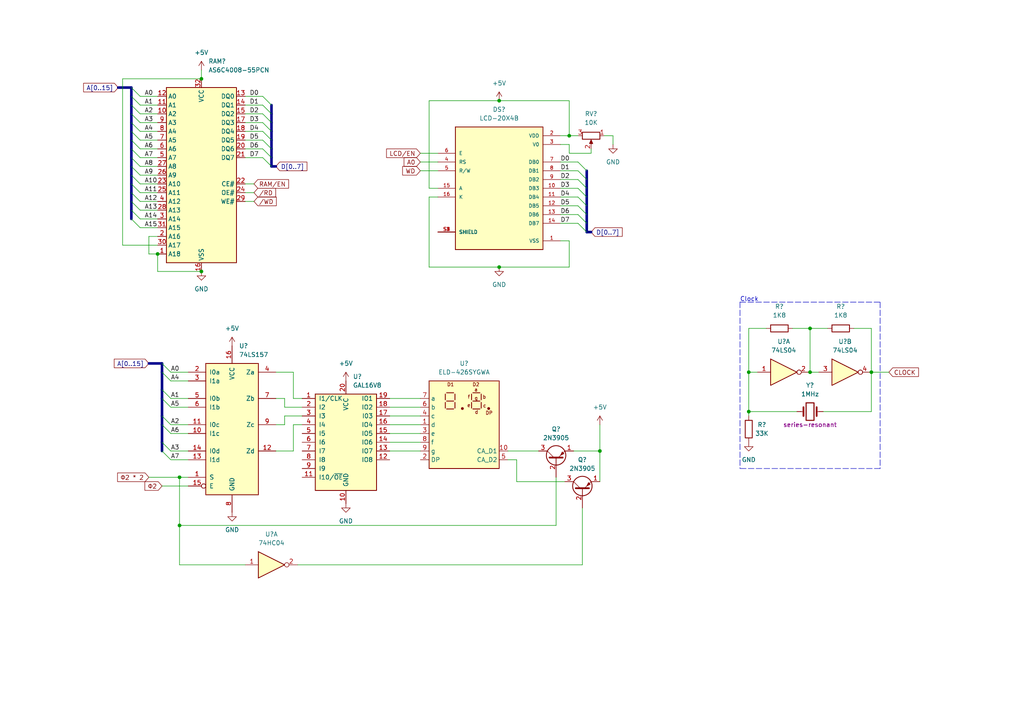
<source format=kicad_sch>
(kicad_sch (version 20211123) (generator eeschema)
  (paper "A4")
  (lib_symbols
    (symbol "74xx:74HC04"
      (property "Reference" "U" (at 0 1.27 0))
      (property "Value" "74HC04" (at 0 -1.27 0))
      (symbol "74HC04_1_0"
        (polyline (pts (xy -3.81 3.81) (xy -3.81 -3.81) (xy 3.81 0) (xy -3.81 3.81)) (stroke (width 0.254)) (fill (type background)))
        (pin input line (at -7.62 0 0) (length 3.81) (name "~") (number "1"))
        (pin output inverted (at 7.62 0 180) (length 3.81) (name "~") (number "2"))
      )
      (symbol "74HC04_2_0"
        (polyline (pts (xy -3.81 3.81) (xy -3.81 -3.81) (xy 3.81 0) (xy -3.81 3.81)) (stroke (width 0.254)) (fill (type background)))
        (pin input line (at -7.62 0 0) (length 3.81) (name "~") (number "3"))
        (pin output inverted (at 7.62 0 180) (length 3.81) (name "~") (number "4"))
      )
      (symbol "74HC04_3_0"
        (polyline (pts (xy -3.81 3.81) (xy -3.81 -3.81) (xy 3.81 0) (xy -3.81 3.81)) (stroke (width 0.254)) (fill (type background)))
        (pin input line (at -7.62 0 0) (length 3.81) (name "~") (number "5"))
        (pin output inverted (at 7.62 0 180) (length 3.81) (name "~") (number "6"))
      )
      (symbol "74HC04_4_0"
        (polyline (pts (xy -3.81 3.81) (xy -3.81 -3.81) (xy 3.81 0) (xy -3.81 3.81)) (stroke (width 0.254)) (fill (type background)))
        (pin output inverted (at 7.62 0 180) (length 3.81) (name "~") (number "8"))
        (pin input line (at -7.62 0 0) (length 3.81) (name "~") (number "9"))
      )
      (symbol "74HC04_5_0"
        (polyline (pts (xy -3.81 3.81) (xy -3.81 -3.81) (xy 3.81 0) (xy -3.81 3.81)) (stroke (width 0.254)) (fill (type background)))
        (pin output inverted (at 7.62 0 180) (length 3.81) (name "~") (number "10"))
        (pin input line (at -7.62 0 0) (length 3.81) (name "~") (number "11"))
      )
      (symbol "74HC04_6_0"
        (polyline (pts (xy -3.81 3.81) (xy -3.81 -3.81) (xy 3.81 0) (xy -3.81 3.81)) (stroke (width 0.254)) (fill (type background)))
        (pin output inverted (at 7.62 0 180) (length 3.81) (name "~") (number "12"))
        (pin input line (at -7.62 0 0) (length 3.81) (name "~") (number "13"))
      )
      (symbol "74HC04_7_0"
        (pin power_in line (at 0 12.7 270) (length 5.08) (name "VCC") (number "14"))
        (pin power_in line (at 0 -12.7 90) (length 5.08) (name "GND") (number "7"))
      )
      (symbol "74HC04_7_1"
        (rectangle (start -5.08 7.62) (end 5.08 -7.62) (stroke (width 0.254)) (fill (type background)))
      )
    )
    (symbol "74xx:74LS04"
      (property "Reference" "U" (at 0 1.27 0))
      (property "Value" "74LS04" (at 0 -1.27 0))
      (symbol "74LS04_1_0"
        (polyline (pts (xy -3.81 3.81) (xy -3.81 -3.81) (xy 3.81 0) (xy -3.81 3.81)) (stroke (width 0.254)) (fill (type background)))
        (pin input line (at -7.62 0 0) (length 3.81) (name "~") (number "1"))
        (pin output inverted (at 7.62 0 180) (length 3.81) (name "~") (number "2"))
      )
      (symbol "74LS04_2_0"
        (polyline (pts (xy -3.81 3.81) (xy -3.81 -3.81) (xy 3.81 0) (xy -3.81 3.81)) (stroke (width 0.254)) (fill (type background)))
        (pin input line (at -7.62 0 0) (length 3.81) (name "~") (number "3"))
        (pin output inverted (at 7.62 0 180) (length 3.81) (name "~") (number "4"))
      )
      (symbol "74LS04_3_0"
        (polyline (pts (xy -3.81 3.81) (xy -3.81 -3.81) (xy 3.81 0) (xy -3.81 3.81)) (stroke (width 0.254)) (fill (type background)))
        (pin input line (at -7.62 0 0) (length 3.81) (name "~") (number "5"))
        (pin output inverted (at 7.62 0 180) (length 3.81) (name "~") (number "6"))
      )
      (symbol "74LS04_4_0"
        (polyline (pts (xy -3.81 3.81) (xy -3.81 -3.81) (xy 3.81 0) (xy -3.81 3.81)) (stroke (width 0.254)) (fill (type background)))
        (pin output inverted (at 7.62 0 180) (length 3.81) (name "~") (number "8"))
        (pin input line (at -7.62 0 0) (length 3.81) (name "~") (number "9"))
      )
      (symbol "74LS04_5_0"
        (polyline (pts (xy -3.81 3.81) (xy -3.81 -3.81) (xy 3.81 0) (xy -3.81 3.81)) (stroke (width 0.254)) (fill (type background)))
        (pin output inverted (at 7.62 0 180) (length 3.81) (name "~") (number "10"))
        (pin input line (at -7.62 0 0) (length 3.81) (name "~") (number "11"))
      )
      (symbol "74LS04_6_0"
        (polyline (pts (xy -3.81 3.81) (xy -3.81 -3.81) (xy 3.81 0) (xy -3.81 3.81)) (stroke (width 0.254)) (fill (type background)))
        (pin output inverted (at 7.62 0 180) (length 3.81) (name "~") (number "12"))
        (pin input line (at -7.62 0 0) (length 3.81) (name "~") (number "13"))
      )
      (symbol "74LS04_7_0"
        (pin power_in line (at 0 12.7 270) (length 5.08) (name "VCC") (number "14"))
        (pin power_in line (at 0 -12.7 90) (length 5.08) (name "GND") (number "7"))
      )
      (symbol "74LS04_7_1"
        (rectangle (start -5.08 7.62) (end 5.08 -7.62) (stroke (width 0.254)) (fill (type background)))
      )
    )
    (symbol "74xx:74LS157" (pin_names (offset 1.016))
      (property "Reference" "U" (at -7.62 19.05 0))
      (property "Value" "74LS157" (at -7.62 -21.59 0))
      (symbol "74LS157_1_0"
        (pin input line (at -12.7 -15.24 0) (length 5.08) (name "S") (number "1"))
        (pin input line (at -12.7 -2.54 0) (length 5.08) (name "I1c") (number "10"))
        (pin input line (at -12.7 0 0) (length 5.08) (name "I0c") (number "11"))
        (pin output line (at 12.7 -7.62 180) (length 5.08) (name "Zd") (number "12"))
        (pin input line (at -12.7 -10.16 0) (length 5.08) (name "I1d") (number "13"))
        (pin input line (at -12.7 -7.62 0) (length 5.08) (name "I0d") (number "14"))
        (pin input inverted (at -12.7 -17.78 0) (length 5.08) (name "E") (number "15"))
        (pin power_in line (at 0 22.86 270) (length 5.08) (name "VCC") (number "16"))
        (pin input line (at -12.7 15.24 0) (length 5.08) (name "I0a") (number "2"))
        (pin input line (at -12.7 12.7 0) (length 5.08) (name "I1a") (number "3"))
        (pin output line (at 12.7 15.24 180) (length 5.08) (name "Za") (number "4"))
        (pin input line (at -12.7 7.62 0) (length 5.08) (name "I0b") (number "5"))
        (pin input line (at -12.7 5.08 0) (length 5.08) (name "I1b") (number "6"))
        (pin output line (at 12.7 7.62 180) (length 5.08) (name "Zb") (number "7"))
        (pin power_in line (at 0 -25.4 90) (length 5.08) (name "GND") (number "8"))
        (pin output line (at 12.7 0 180) (length 5.08) (name "Zc") (number "9"))
      )
      (symbol "74LS157_1_1"
        (rectangle (start -7.62 17.78) (end 7.62 -20.32) (stroke (width 0.254)) (fill (type background)))
      )
    )
    (symbol "Device:Crystal" (pin_numbers hide) (pin_names (offset 1.016) hide)
      (property "Reference" "Y" (at 0 3.81 0))
      (property "Value" "Crystal" (at 0 -3.81 0))
      (symbol "Crystal_0_1"
        (rectangle (start -1.143 2.54) (end 1.143 -2.54) (stroke (width 0.3048)))
        (polyline (pts (xy -2.54 0) (xy -1.905 0)))
        (polyline (pts (xy -1.905 -1.27) (xy -1.905 1.27)) (stroke (width 0.508)))
        (polyline (pts (xy 1.905 -1.27) (xy 1.905 1.27)) (stroke (width 0.508)))
        (polyline (pts (xy 2.54 0) (xy 1.905 0)))
      )
      (symbol "Crystal_1_1"
        (pin passive line (at -3.81 0 0) (length 1.27) (name "1") (number "1"))
        (pin passive line (at 3.81 0 180) (length 1.27) (name "2") (number "2"))
      )
    )
    (symbol "Device:R" (pin_numbers hide) (pin_names (offset 0))
      (property "Reference" "R" (at 2.032 0 90))
      (property "Value" "R" (at 0 0 90))
      (symbol "R_0_1"
        (rectangle (start -1.016 -2.54) (end 1.016 2.54) (stroke (width 0.254)))
      )
      (symbol "R_1_1"
        (pin passive line (at 0 3.81 270) (length 1.27) (name "~") (number "1"))
        (pin passive line (at 0 -3.81 90) (length 1.27) (name "~") (number "2"))
      )
    )
    (symbol "Device:R_Potentiometer" (pin_names (offset 1.016) hide)
      (property "Reference" "RV" (at -4.445 0 90))
      (property "Value" "R_Potentiometer" (at -2.54 0 90))
      (symbol "R_Potentiometer_0_1"
        (polyline (pts (xy 2.54 0) (xy 1.524 0)))
        (polyline (pts (xy 1.143 0) (xy 2.286 0.508) (xy 2.286 -0.508) (xy 1.143 0)) (fill (type outline)))
        (rectangle (start 1.016 2.54) (end -1.016 -2.54) (stroke (width 0.254)))
      )
      (symbol "R_Potentiometer_1_1"
        (pin passive line (at 0 3.81 270) (length 1.27) (name "1") (number "1"))
        (pin passive line (at 3.81 0 180) (length 1.27) (name "2") (number "2"))
        (pin passive line (at 0 -3.81 90) (length 1.27) (name "3") (number "3"))
      )
    )
    (symbol "Display_Character:ELD-426SYGWA"
      (property "Reference" "U" (at -8.89 13.97 0))
      (property "Value" "ELD-426SYGWA" (at -2.794 -14.224 0))
      (symbol "ELD-426SYGWA_0_0"
        (text "a" (at 3.4544 10.1854 0) (effects (font (size 0.9906 0.9906))))
        (text "b" (at 5.842 8.0772 0) (effects (font (size 0.9906 0.9906))))
        (text "c" (at 5.9436 5.5372 0) (effects (font (size 0.9906 0.9906))))
        (text "d" (at 3.6068 3.683 0) (effects (font (size 0.9906 0.9906))))
        (text "D1" (at -3.937 11.684 0) (effects (font (size 0.9906 0.9906))))
        (text "D2" (at 3.429 11.684 0) (effects (font (size 0.9906 0.9906))))
        (text "DP" (at 7.239 3.429 0) (effects (font (size 0.9906 0.9906))))
        (text "e" (at 1.3716 5.6388 0) (effects (font (size 0.9906 0.9906))))
        (text "f" (at 1.3716 8.1026 0) (effects (font (size 0.9906 0.9906))))
        (text "g" (at 3.5052 7.7216 0) (effects (font (size 0.9906 0.9906))))
      )
      (symbol "ELD-426SYGWA_0_1"
        (rectangle (start -10.16 12.7) (end 10.16 -12.7) (stroke (width 0.254)) (fill (type background)))
        (circle (center -0.508 4.699) (radius 0.2794) (stroke (width 0.254)) (fill (type outline)))
        (polyline (pts (xy -5.461 4.826) (xy -5.461 6.477)) (stroke (width 0.254)))
        (polyline (pts (xy -5.461 7.239) (xy -5.461 8.89)) (stroke (width 0.254)))
        (polyline (pts (xy -5.08 4.572) (xy -3.048 4.572)) (stroke (width 0.254)))
        (polyline (pts (xy -5.08 6.858) (xy -3.048 6.858)) (stroke (width 0.254)))
        (polyline (pts (xy -5.08 9.271) (xy -3.048 9.271)) (stroke (width 0.254)))
        (polyline (pts (xy -2.667 4.826) (xy -2.667 6.477)) (stroke (width 0.254)))
        (polyline (pts (xy -2.667 7.239) (xy -2.667 8.89)) (stroke (width 0.254)))
        (polyline (pts (xy 2.159 4.826) (xy 2.159 6.477)) (stroke (width 0.254)))
        (polyline (pts (xy 2.159 7.239) (xy 2.159 8.89)) (stroke (width 0.254)))
        (polyline (pts (xy 2.54 4.572) (xy 4.572 4.572)) (stroke (width 0.254)))
        (polyline (pts (xy 2.54 6.858) (xy 4.572 6.858)) (stroke (width 0.254)))
        (polyline (pts (xy 2.54 9.271) (xy 4.572 9.271)) (stroke (width 0.254)))
        (polyline (pts (xy 4.953 4.826) (xy 4.953 6.477)) (stroke (width 0.254)))
        (polyline (pts (xy 4.953 7.239) (xy 4.953 8.89)) (stroke (width 0.254)))
        (circle (center 7.112 4.699) (radius 0.2794) (stroke (width 0.254)) (fill (type outline)))
      )
      (symbol "ELD-426SYGWA_1_1"
        (pin input line (at -12.7 0 0) (length 2.54) (name "d") (number "1"))
        (pin input line (at 12.7 -7.62 180) (length 2.54) (name "CA_D1") (number "10"))
        (pin input line (at -12.7 -10.16 0) (length 2.54) (name "DP") (number "2"))
        (pin input line (at -12.7 -2.54 0) (length 2.54) (name "e") (number "3"))
        (pin input line (at -12.7 2.54 0) (length 2.54) (name "c") (number "4"))
        (pin input line (at 12.7 -10.16 180) (length 2.54) (name "CA_D2") (number "5"))
        (pin input line (at -12.7 5.08 0) (length 2.54) (name "b") (number "6"))
        (pin input line (at -12.7 7.62 0) (length 2.54) (name "a") (number "7"))
        (pin input line (at -12.7 -5.08 0) (length 2.54) (name "f") (number "8"))
        (pin input line (at -12.7 -7.62 0) (length 2.54) (name "g") (number "9"))
      )
    )
    (symbol "LCD-20X4B:LCD-20X4B" (pin_names (offset 1.016))
      (property "Reference" "DS" (at -12.7 19.05 0))
      (property "Value" "LCD-20X4B" (at -12.7 -20.32 0))
      (symbol "LCD-20X4B_0_0"
        (rectangle (start -12.7 -17.78) (end 12.7 17.78) (stroke (width 0.254)) (fill (type background)))
        (pin power_in line (at 17.78 -15.24 180) (length 5.08) (name "VSS") (number "1"))
        (pin bidirectional line (at 17.78 0 180) (length 5.08) (name "DB3") (number "10"))
        (pin bidirectional line (at 17.78 -2.54 180) (length 5.08) (name "DB4") (number "11"))
        (pin bidirectional line (at 17.78 -5.08 180) (length 5.08) (name "DB5") (number "12"))
        (pin bidirectional line (at 17.78 -7.62 180) (length 5.08) (name "DB6") (number "13"))
        (pin bidirectional line (at 17.78 -10.16 180) (length 5.08) (name "DB7") (number "14"))
        (pin passive line (at -17.78 0 0) (length 5.08) (name "A") (number "15"))
        (pin passive line (at -17.78 -2.54 0) (length 5.08) (name "K") (number "16"))
        (pin power_in line (at 17.78 15.24 180) (length 5.08) (name "VDD") (number "2"))
        (pin power_in line (at 17.78 12.7 180) (length 5.08) (name "V0") (number "3"))
        (pin input line (at -17.78 7.62 0) (length 5.08) (name "RS") (number "4"))
        (pin input line (at -17.78 5.08 0) (length 5.08) (name "R/W") (number "5"))
        (pin input line (at -17.78 10.16 0) (length 5.08) (name "E") (number "6"))
        (pin bidirectional line (at 17.78 7.62 180) (length 5.08) (name "DB0") (number "7"))
        (pin bidirectional line (at 17.78 5.08 180) (length 5.08) (name "DB1") (number "8"))
        (pin bidirectional line (at 17.78 2.54 180) (length 5.08) (name "DB2") (number "9"))
        (pin passive line (at -17.78 -12.7 0) (length 5.08) (name "SHIELD") (number "S1"))
        (pin passive line (at -17.78 -12.7 0) (length 5.08) (name "SHIELD") (number "S2"))
        (pin passive line (at -17.78 -12.7 0) (length 5.08) (name "SHIELD") (number "S3"))
        (pin passive line (at -17.78 -12.7 0) (length 5.08) (name "SHIELD") (number "S4"))
      )
    )
    (symbol "Logic_Programmable:GAL16V8" (pin_names (offset 1.016))
      (property "Reference" "U" (at -8.89 16.51 0))
      (property "Value" "GAL16V8" (at 1.27 16.51 0))
      (symbol "GAL16V8_0_0"
        (pin power_in line (at 0 -17.78 90) (length 3.81) (name "GND") (number "10"))
        (pin power_in line (at 0 17.78 270) (length 3.81) (name "VCC") (number "20"))
      )
      (symbol "GAL16V8_0_1"
        (rectangle (start -8.89 13.97) (end 8.89 -13.97) (stroke (width 0.254)) (fill (type background)))
      )
      (symbol "GAL16V8_1_1"
        (pin input line (at -12.7 12.7 0) (length 3.81) (name "I1/CLK") (number "1"))
        (pin input line (at -12.7 -10.16 0) (length 3.81) (name "I10/~{OE}") (number "11"))
        (pin tri_state line (at 12.7 -5.08 180) (length 3.81) (name "IO8") (number "12"))
        (pin tri_state line (at 12.7 -2.54 180) (length 3.81) (name "IO7") (number "13"))
        (pin tri_state line (at 12.7 0 180) (length 3.81) (name "IO6") (number "14"))
        (pin tri_state line (at 12.7 2.54 180) (length 3.81) (name "IO5") (number "15"))
        (pin tri_state line (at 12.7 5.08 180) (length 3.81) (name "IO4") (number "16"))
        (pin tri_state line (at 12.7 7.62 180) (length 3.81) (name "I03") (number "17"))
        (pin tri_state line (at 12.7 10.16 180) (length 3.81) (name "IO2") (number "18"))
        (pin tri_state line (at 12.7 12.7 180) (length 3.81) (name "IO1") (number "19"))
        (pin input line (at -12.7 10.16 0) (length 3.81) (name "I2") (number "2"))
        (pin input line (at -12.7 7.62 0) (length 3.81) (name "I3") (number "3"))
        (pin input line (at -12.7 5.08 0) (length 3.81) (name "I4") (number "4"))
        (pin input line (at -12.7 2.54 0) (length 3.81) (name "I5") (number "5"))
        (pin input line (at -12.7 0 0) (length 3.81) (name "I6") (number "6"))
        (pin input line (at -12.7 -2.54 0) (length 3.81) (name "I7") (number "7"))
        (pin input line (at -12.7 -5.08 0) (length 3.81) (name "I8") (number "8"))
        (pin input line (at -12.7 -7.62 0) (length 3.81) (name "I9") (number "9"))
      )
    )
    (symbol "Memory_RAM:AS6C4008-55PCN"
      (property "Reference" "U" (at -10.16 26.035 0))
      (property "Value" "AS6C4008-55PCN" (at 2.54 26.035 0))
      (symbol "AS6C4008-55PCN_0_0"
        (pin power_in line (at 0 -27.94 90) (length 2.54) (name "VSS") (number "16"))
        (pin power_in line (at 0 27.94 270) (length 2.54) (name "VCC") (number "32"))
      )
      (symbol "AS6C4008-55PCN_0_1"
        (rectangle (start -10.16 25.4) (end 10.16 -25.4) (stroke (width 0.254)) (fill (type background)))
      )
      (symbol "AS6C4008-55PCN_1_1"
        (pin input line (at -12.7 -22.86 0) (length 2.54) (name "A18") (number "1"))
        (pin input line (at -12.7 17.78 0) (length 2.54) (name "A2") (number "10"))
        (pin input line (at -12.7 20.32 0) (length 2.54) (name "A1") (number "11"))
        (pin input line (at -12.7 22.86 0) (length 2.54) (name "A0") (number "12"))
        (pin tri_state line (at 12.7 22.86 180) (length 2.54) (name "DQ0") (number "13"))
        (pin tri_state line (at 12.7 20.32 180) (length 2.54) (name "DQ1") (number "14"))
        (pin tri_state line (at 12.7 17.78 180) (length 2.54) (name "DQ2") (number "15"))
        (pin tri_state line (at 12.7 15.24 180) (length 2.54) (name "DQ3") (number "17"))
        (pin tri_state line (at 12.7 12.7 180) (length 2.54) (name "DQ4") (number "18"))
        (pin tri_state line (at 12.7 10.16 180) (length 2.54) (name "DQ5") (number "19"))
        (pin input line (at -12.7 -17.78 0) (length 2.54) (name "A16") (number "2"))
        (pin tri_state line (at 12.7 7.62 180) (length 2.54) (name "DQ6") (number "20"))
        (pin tri_state line (at 12.7 5.08 180) (length 2.54) (name "DQ7") (number "21"))
        (pin input line (at 12.7 -2.54 180) (length 2.54) (name "CE#") (number "22"))
        (pin input line (at -12.7 -2.54 0) (length 2.54) (name "A10") (number "23"))
        (pin input line (at 12.7 -5.08 180) (length 2.54) (name "OE#") (number "24"))
        (pin input line (at -12.7 -5.08 0) (length 2.54) (name "A11") (number "25"))
        (pin input line (at -12.7 0 0) (length 2.54) (name "A9") (number "26"))
        (pin input line (at -12.7 2.54 0) (length 2.54) (name "A8") (number "27"))
        (pin input line (at -12.7 -10.16 0) (length 2.54) (name "A13") (number "28"))
        (pin input line (at 12.7 -7.62 180) (length 2.54) (name "WE#") (number "29"))
        (pin input line (at -12.7 -12.7 0) (length 2.54) (name "A14") (number "3"))
        (pin input line (at -12.7 -20.32 0) (length 2.54) (name "A17") (number "30"))
        (pin input line (at -12.7 -15.24 0) (length 2.54) (name "A15") (number "31"))
        (pin input line (at -12.7 -7.62 0) (length 2.54) (name "A12") (number "4"))
        (pin input line (at -12.7 5.08 0) (length 2.54) (name "A7") (number "5"))
        (pin input line (at -12.7 7.62 0) (length 2.54) (name "A6") (number "6"))
        (pin input line (at -12.7 10.16 0) (length 2.54) (name "A5") (number "7"))
        (pin input line (at -12.7 12.7 0) (length 2.54) (name "A4") (number "8"))
        (pin input line (at -12.7 15.24 0) (length 2.54) (name "A3") (number "9"))
      )
    )
    (symbol "Transistor_BJT:2N3905" (pin_names (offset 0) hide)
      (property "Reference" "Q" (at 5.08 1.905 0))
      (property "Value" "2N3905" (at 5.08 0 0))
      (symbol "2N3905_0_1"
        (polyline (pts (xy 0.635 0.635) (xy 2.54 2.54)))
        (polyline (pts (xy 0.635 -0.635) (xy 2.54 -2.54) (xy 2.54 -2.54)))
        (polyline (pts (xy 0.635 1.905) (xy 0.635 -1.905) (xy 0.635 -1.905)) (stroke (width 0.508)))
        (polyline (pts (xy 2.286 -1.778) (xy 1.778 -2.286) (xy 1.27 -1.27) (xy 2.286 -1.778) (xy 2.286 -1.778)) (fill (type outline)))
        (circle (center 1.27 0) (radius 2.8194) (stroke (width 0.254)))
      )
      (symbol "2N3905_1_1"
        (pin passive line (at 2.54 -5.08 90) (length 2.54) (name "E") (number "1"))
        (pin input line (at -5.08 0 0) (length 5.715) (name "B") (number "2"))
        (pin passive line (at 2.54 5.08 270) (length 2.54) (name "C") (number "3"))
      )
    )
    (symbol "power:+5V" (power) (pin_names (offset 0))
      (property "Value" "+5V" (at 0 3.556 0))
      (symbol "+5V_0_1"
        (polyline (pts (xy -0.762 1.27) (xy 0 2.54)))
        (polyline (pts (xy 0 0) (xy 0 2.54)))
        (polyline (pts (xy 0 2.54) (xy 0.762 1.27)))
      )
      (symbol "+5V_1_1"
        (pin power_in line (at 0 0 90) (length 0) hide (name "+5V") (number "1"))
      )
    )
    (symbol "power:GND" (power) (pin_names (offset 0))
      (property "Value" "GND" (at 0 -3.81 0))
      (symbol "GND_0_1"
        (polyline (pts (xy 0 0) (xy 0 -1.27) (xy 1.27 -1.27) (xy 0 -2.54) (xy -1.27 -1.27) (xy 0 -1.27)))
      )
      (symbol "GND_1_1"
        (pin power_in line (at 0 0 270) (length 0) hide (name "GND") (number "1"))
      )
    )
  )
  (junction (at 252.73 107.95))
  (junction (at 52.07 138.43))
  (junction (at 144.78 77.47))
  (junction (at 58.42 78.74))
  (junction (at 144.78 29.21))
  (junction (at 234.95 95.25))
  (junction (at 165.1 39.37))
  (junction (at 45.72 73.66))
  (junction (at 52.07 152.4))
  (junction (at 58.42 22.86))
  (junction (at 217.17 107.95))
  (junction (at 234.95 107.95))
  (junction (at 173.99 130.81))
  (junction (at 217.17 119.38))
  (bus_entry (at 38.1 40.64) (size 2.54 2.54))
  (bus_entry (at 76.2 43.18) (size 2.54 2.54))
  (bus_entry (at 46.99 130.81) (size 2.54 2.54))
  (bus_entry (at 46.99 120.65) (size 2.54 2.54))
  (bus_entry (at 46.99 128.27) (size 2.54 2.54))
  (bus_entry (at 38.1 33.02) (size 2.54 2.54))
  (bus_entry (at 167.64 57.15) (size 2.54 2.54))
  (bus_entry (at 167.64 59.69) (size 2.54 2.54))
  (bus_entry (at 46.99 115.57) (size 2.54 2.54))
  (bus_entry (at 38.1 30.48) (size 2.54 2.54))
  (bus_entry (at 76.2 40.64) (size 2.54 2.54))
  (bus_entry (at 46.99 123.19) (size 2.54 2.54))
  (bus_entry (at 38.1 58.42) (size 2.54 2.54))
  (bus_entry (at 167.64 62.23) (size 2.54 2.54))
  (bus_entry (at 167.64 54.61) (size 2.54 2.54))
  (bus_entry (at 76.2 27.94) (size 2.54 2.54))
  (bus_entry (at 38.1 55.88) (size 2.54 2.54))
  (bus_entry (at 46.99 113.03) (size 2.54 2.54))
  (bus_entry (at 46.99 107.95) (size 2.54 2.54))
  (bus_entry (at 76.2 30.48) (size 2.54 2.54))
  (bus_entry (at 38.1 63.5) (size 2.54 2.54))
  (bus_entry (at 167.64 64.77) (size 2.54 2.54))
  (bus_entry (at 46.99 105.41) (size 2.54 2.54))
  (bus_entry (at 76.2 38.1) (size 2.54 2.54))
  (bus_entry (at 38.1 35.56) (size 2.54 2.54))
  (bus_entry (at 38.1 53.34) (size 2.54 2.54))
  (bus_entry (at 38.1 38.1) (size 2.54 2.54))
  (bus_entry (at 76.2 45.72) (size 2.54 2.54))
  (bus_entry (at 38.1 60.96) (size 2.54 2.54))
  (bus_entry (at 38.1 27.94) (size 2.54 2.54))
  (bus_entry (at 76.2 33.02) (size 2.54 2.54))
  (bus_entry (at 38.1 48.26) (size 2.54 2.54))
  (bus_entry (at 167.64 52.07) (size 2.54 2.54))
  (bus_entry (at 76.2 35.56) (size 2.54 2.54))
  (bus_entry (at 167.64 49.53) (size 2.54 2.54))
  (bus_entry (at 167.64 46.99) (size 2.54 2.54))
  (bus_entry (at 38.1 25.4) (size 2.54 2.54))
  (bus_entry (at 38.1 50.8) (size 2.54 2.54))
  (bus_entry (at 38.1 45.72) (size 2.54 2.54))
  (bus_entry (at 38.1 43.18) (size 2.54 2.54))
  (wire (pts (xy 40.64 55.88) (xy 45.72 55.88)))
  (wire (pts (xy 40.64 66.04) (xy 45.72 66.04)))
  (wire (pts (xy 121.92 120.65) (xy 113.03 120.65)))
  (bus (pts (xy 38.1 58.42) (xy 38.1 60.96)) (stroke (width 0.75)))
  (wire (pts (xy 124.46 29.21) (xy 124.46 54.61)))
  (wire (pts (xy 40.64 35.56) (xy 45.72 35.56)))
  (bus (pts (xy 78.74 40.64) (xy 78.74 43.18)) (stroke (width 0.75)))
  (bus (pts (xy 38.1 25.4) (xy 38.1 27.94)) (stroke (width 0.75)))
  (wire (pts (xy 80.01 130.81) (xy 85.09 130.81)))
  (wire (pts (xy 71.12 40.64) (xy 76.2 40.64)))
  (wire (pts (xy 173.99 130.81) (xy 173.99 139.7)))
  (wire (pts (xy 165.1 39.37) (xy 162.56 39.37)))
  (wire (pts (xy 46.99 140.97) (xy 54.61 140.97)))
  (bus (pts (xy 78.74 30.48) (xy 78.74 33.02)) (stroke (width 0.75)))
  (wire (pts (xy 166.37 130.81) (xy 173.99 130.81)))
  (bus (pts (xy 170.18 57.15) (xy 170.18 59.69)) (stroke (width 0.75)))
  (wire (pts (xy 121.92 46.99) (xy 127 46.99)))
  (wire (pts (xy 45.72 33.02) (xy 40.64 33.02)))
  (bus (pts (xy 170.18 52.07) (xy 170.18 54.61)) (stroke (width 0.75)))
  (wire (pts (xy 82.55 120.65) (xy 82.55 123.19)))
  (wire (pts (xy 85.09 115.57) (xy 85.09 107.95)))
  (bus (pts (xy 34.29 25.4) (xy 38.1 25.4)) (stroke (width 0.75)))
  (wire (pts (xy 45.72 27.94) (xy 40.64 27.94)))
  (wire (pts (xy 71.12 30.48) (xy 76.2 30.48)))
  (bus (pts (xy 38.1 27.94) (xy 38.1 30.48)) (stroke (width 0.75)))
  (bus (pts (xy 38.1 38.1) (xy 38.1 40.64)) (stroke (width 0.75)))
  (bus (pts (xy 38.1 45.72) (xy 38.1 48.26)) (stroke (width 0.75)))
  (wire (pts (xy 162.56 54.61) (xy 167.64 54.61)))
  (wire (pts (xy 168.91 163.83) (xy 168.91 147.32)))
  (bus (pts (xy 170.18 59.69) (xy 170.18 62.23)) (stroke (width 0.75)))
  (wire (pts (xy 85.09 123.19) (xy 87.63 123.19)))
  (wire (pts (xy 45.72 71.12) (xy 35.56 71.12)))
  (wire (pts (xy 43.18 73.66) (xy 45.72 73.66)))
  (wire (pts (xy 252.73 95.25) (xy 252.73 107.95)))
  (wire (pts (xy 165.1 69.85) (xy 165.1 77.47)))
  (wire (pts (xy 82.55 118.11) (xy 87.63 118.11)))
  (wire (pts (xy 147.32 133.35) (xy 149.86 133.35)))
  (wire (pts (xy 71.12 43.18) (xy 76.2 43.18)))
  (wire (pts (xy 222.25 95.25) (xy 217.17 95.25)))
  (wire (pts (xy 71.12 35.56) (xy 76.2 35.56)))
  (wire (pts (xy 54.61 130.81) (xy 49.53 130.81)))
  (polyline (pts (xy 255.27 135.89) (xy 214.63 135.89)))
  (wire (pts (xy 45.72 43.18) (xy 40.64 43.18)))
  (wire (pts (xy 87.63 120.65) (xy 82.55 120.65)))
  (wire (pts (xy 40.64 30.48) (xy 45.72 30.48)))
  (bus (pts (xy 38.1 43.18) (xy 38.1 45.72)) (stroke (width 0.75)))
  (bus (pts (xy 170.18 64.77) (xy 170.18 67.31)) (stroke (width 0.75)))
  (wire (pts (xy 54.61 115.57) (xy 49.53 115.57)))
  (wire (pts (xy 121.92 128.27) (xy 113.03 128.27)))
  (wire (pts (xy 127 57.15) (xy 124.46 57.15)))
  (wire (pts (xy 165.1 29.21) (xy 144.78 29.21)))
  (wire (pts (xy 121.92 115.57) (xy 113.03 115.57)))
  (wire (pts (xy 35.56 71.12) (xy 35.56 22.86)))
  (wire (pts (xy 217.17 107.95) (xy 219.71 107.95)))
  (wire (pts (xy 121.92 118.11) (xy 113.03 118.11)))
  (wire (pts (xy 234.95 107.95) (xy 237.49 107.95)))
  (wire (pts (xy 35.56 22.86) (xy 58.42 22.86)))
  (wire (pts (xy 162.56 46.99) (xy 167.64 46.99)))
  (wire (pts (xy 121.92 130.81) (xy 113.03 130.81)))
  (bus (pts (xy 78.74 45.72) (xy 78.74 48.26)) (stroke (width 0.75)))
  (wire (pts (xy 124.46 54.61) (xy 127 54.61)))
  (bus (pts (xy 78.74 43.18) (xy 78.74 45.72)) (stroke (width 0.75)))
  (wire (pts (xy 45.72 73.66) (xy 45.72 78.74)))
  (wire (pts (xy 40.64 63.5) (xy 45.72 63.5)))
  (bus (pts (xy 38.1 30.48) (xy 38.1 33.02)) (stroke (width 0.75)))
  (wire (pts (xy 71.12 27.94) (xy 76.2 27.94)))
  (wire (pts (xy 58.42 20.32) (xy 58.42 22.86)))
  (wire (pts (xy 54.61 125.73) (xy 49.53 125.73)))
  (bus (pts (xy 38.1 55.88) (xy 38.1 58.42)) (stroke (width 0.75)))
  (bus (pts (xy 38.1 48.26) (xy 38.1 50.8)) (stroke (width 0.75)))
  (polyline (pts (xy 214.63 87.63) (xy 255.27 87.63)))
  (wire (pts (xy 43.18 138.43) (xy 52.07 138.43)))
  (wire (pts (xy 162.56 64.77) (xy 167.64 64.77)))
  (bus (pts (xy 38.1 40.64) (xy 38.1 43.18)) (stroke (width 0.75)))
  (wire (pts (xy 71.12 33.02) (xy 76.2 33.02)))
  (bus (pts (xy 38.1 33.02) (xy 38.1 35.56)) (stroke (width 0.75)))
  (wire (pts (xy 40.64 50.8) (xy 45.72 50.8)))
  (wire (pts (xy 54.61 123.19) (xy 49.53 123.19)))
  (wire (pts (xy 85.09 130.81) (xy 85.09 123.19)))
  (wire (pts (xy 165.1 77.47) (xy 144.78 77.47)))
  (bus (pts (xy 38.1 50.8) (xy 38.1 53.34)) (stroke (width 0.75)))
  (wire (pts (xy 52.07 138.43) (xy 52.07 152.4)))
  (wire (pts (xy 80.01 115.57) (xy 82.55 115.57)))
  (bus (pts (xy 78.74 38.1) (xy 78.74 40.64)) (stroke (width 0.75)))
  (bus (pts (xy 170.18 49.53) (xy 170.18 52.07)) (stroke (width 0.75)))
  (wire (pts (xy 124.46 77.47) (xy 144.78 77.47)))
  (bus (pts (xy 43.18 105.41) (xy 46.99 105.41)) (stroke (width 0.75)))
  (bus (pts (xy 170.18 62.23) (xy 170.18 64.77)) (stroke (width 0.75)))
  (wire (pts (xy 54.61 110.49) (xy 49.53 110.49)))
  (wire (pts (xy 87.63 115.57) (xy 85.09 115.57)))
  (wire (pts (xy 121.92 49.53) (xy 127 49.53)))
  (wire (pts (xy 231.14 119.38) (xy 217.17 119.38)))
  (bus (pts (xy 38.1 35.56) (xy 38.1 38.1)) (stroke (width 0.75)))
  (wire (pts (xy 149.86 133.35) (xy 149.86 139.7)))
  (wire (pts (xy 71.12 45.72) (xy 76.2 45.72)))
  (wire (pts (xy 82.55 123.19) (xy 80.01 123.19)))
  (wire (pts (xy 252.73 119.38) (xy 252.73 107.95)))
  (wire (pts (xy 121.92 44.45) (xy 127 44.45)))
  (wire (pts (xy 40.64 58.42) (xy 45.72 58.42)))
  (wire (pts (xy 73.66 58.42) (xy 71.12 58.42)))
  (wire (pts (xy 171.45 43.18) (xy 171.45 44.45)))
  (wire (pts (xy 73.66 55.88) (xy 71.12 55.88)))
  (wire (pts (xy 162.56 59.69) (xy 167.64 59.69)))
  (wire (pts (xy 247.65 95.25) (xy 252.73 95.25)))
  (bus (pts (xy 170.18 67.31) (xy 171.45 67.31)) (stroke (width 0.75)))
  (wire (pts (xy 124.46 57.15) (xy 124.46 77.47)))
  (wire (pts (xy 52.07 163.83) (xy 71.12 163.83)))
  (wire (pts (xy 173.99 123.19) (xy 173.99 130.81)))
  (polyline (pts (xy 214.63 87.63) (xy 214.63 135.89)))
  (bus (pts (xy 78.74 33.02) (xy 78.74 35.56)) (stroke (width 0.75)))
  (wire (pts (xy 165.1 41.91) (xy 162.56 41.91)))
  (wire (pts (xy 238.76 119.38) (xy 252.73 119.38)))
  (wire (pts (xy 167.64 39.37) (xy 165.1 39.37)))
  (wire (pts (xy 162.56 49.53) (xy 167.64 49.53)))
  (bus (pts (xy 78.74 35.56) (xy 78.74 38.1)) (stroke (width 0.75)))
  (wire (pts (xy 86.36 163.83) (xy 168.91 163.83)))
  (wire (pts (xy 217.17 95.25) (xy 217.17 107.95)))
  (wire (pts (xy 217.17 119.38) (xy 217.17 107.95)))
  (wire (pts (xy 54.61 138.43) (xy 52.07 138.43)))
  (wire (pts (xy 217.17 120.65) (xy 217.17 119.38)))
  (bus (pts (xy 46.99 105.41) (xy 46.99 107.95)) (stroke (width 0.75)))
  (bus (pts (xy 38.1 60.96) (xy 38.1 63.5)) (stroke (width 0.75)))
  (wire (pts (xy 54.61 133.35) (xy 49.53 133.35)))
  (wire (pts (xy 234.95 95.25) (xy 240.03 95.25)))
  (wire (pts (xy 71.12 38.1) (xy 76.2 38.1)))
  (wire (pts (xy 121.92 123.19) (xy 113.03 123.19)))
  (wire (pts (xy 45.72 38.1) (xy 40.64 38.1)))
  (wire (pts (xy 162.56 57.15) (xy 167.64 57.15)))
  (bus (pts (xy 46.99 120.65) (xy 46.99 123.19)) (stroke (width 0.75)))
  (wire (pts (xy 54.61 107.95) (xy 49.53 107.95)))
  (wire (pts (xy 165.1 44.45) (xy 165.1 41.91)))
  (bus (pts (xy 38.1 53.34) (xy 38.1 55.88)) (stroke (width 0.75)))
  (wire (pts (xy 54.61 118.11) (xy 49.53 118.11)))
  (bus (pts (xy 46.99 115.57) (xy 46.99 120.65)) (stroke (width 0.75)))
  (polyline (pts (xy 255.27 87.63) (xy 255.27 135.89)))
  (wire (pts (xy 165.1 69.85) (xy 162.56 69.85)))
  (wire (pts (xy 149.86 139.7) (xy 163.83 139.7)))
  (wire (pts (xy 40.64 53.34) (xy 45.72 53.34)))
  (wire (pts (xy 234.95 95.25) (xy 229.87 95.25)))
  (wire (pts (xy 171.45 44.45) (xy 165.1 44.45)))
  (wire (pts (xy 82.55 115.57) (xy 82.55 118.11)))
  (wire (pts (xy 40.64 60.96) (xy 45.72 60.96)))
  (wire (pts (xy 252.73 107.95) (xy 257.81 107.95)))
  (wire (pts (xy 162.56 62.23) (xy 167.64 62.23)))
  (wire (pts (xy 161.29 138.43) (xy 161.29 152.4)))
  (wire (pts (xy 40.64 45.72) (xy 45.72 45.72)))
  (wire (pts (xy 162.56 52.07) (xy 167.64 52.07)))
  (wire (pts (xy 43.18 68.58) (xy 43.18 73.66)))
  (wire (pts (xy 175.26 39.37) (xy 177.8 39.37)))
  (wire (pts (xy 52.07 152.4) (xy 52.07 163.83)))
  (wire (pts (xy 85.09 107.95) (xy 80.01 107.95)))
  (wire (pts (xy 73.66 53.34) (xy 71.12 53.34)))
  (bus (pts (xy 46.99 128.27) (xy 46.99 130.81)) (stroke (width 0.75)))
  (bus (pts (xy 46.99 107.95) (xy 46.99 113.03)) (stroke (width 0.75)))
  (wire (pts (xy 40.64 48.26) (xy 45.72 48.26)))
  (bus (pts (xy 78.74 48.26) (xy 80.01 48.26)) (stroke (width 0.75)))
  (wire (pts (xy 40.64 40.64) (xy 45.72 40.64)))
  (bus (pts (xy 46.99 113.03) (xy 46.99 115.57)) (stroke (width 0.75)))
  (wire (pts (xy 52.07 152.4) (xy 161.29 152.4)))
  (wire (pts (xy 144.78 29.21) (xy 124.46 29.21)))
  (wire (pts (xy 147.32 130.81) (xy 156.21 130.81)))
  (wire (pts (xy 165.1 29.21) (xy 165.1 39.37)))
  (wire (pts (xy 234.95 107.95) (xy 234.95 95.25)))
  (bus (pts (xy 46.99 123.19) (xy 46.99 128.27)) (stroke (width 0.75)))
  (bus (pts (xy 170.18 54.61) (xy 170.18 57.15)) (stroke (width 0.75)))
  (wire (pts (xy 121.92 125.73) (xy 113.03 125.73)))
  (wire (pts (xy 45.72 78.74) (xy 58.42 78.74)))
  (wire (pts (xy 177.8 39.37) (xy 177.8 41.91)))
  (wire (pts (xy 43.18 68.58) (xy 45.72 68.58)))
  (text "Clock" (at 214.63 87.63 0) (effects (font (size 1.27 1.27)) (justify left bottom)))
  (label "A4" (at 49.53 110.49 0))
  (label "A7" (at 41.91 45.72 0))
  (label "A10" (at 41.91 53.34 0))
  (label "D0" (at 162.56 46.99 0))
  (label "A4" (at 41.91 38.1 0))
  (label "A5" (at 49.53 118.11 0))
  (label "A11" (at 41.91 55.88 0))
  (label "D7" (at 162.56 64.77 0))
  (label "A0" (at 49.53 107.95 0))
  (label "A2" (at 49.53 123.19 0))
  (label "A15" (at 41.91 66.04 0))
  (label "A13" (at 41.91 60.96 0))
  (label "D7" (at 72.39 45.72 0))
  (label "A1" (at 49.53 115.57 0))
  (label "A5" (at 41.91 40.64 0))
  (label "A3" (at 41.91 35.56 0))
  (label "D5" (at 162.56 59.69 0))
  (label "D6" (at 162.56 62.23 0))
  (label "D4" (at 72.39 38.1 0))
  (label "D3" (at 72.39 35.56 0))
  (label "D4" (at 162.56 57.15 0))
  (label "D0" (at 72.39 27.94 0))
  (label "A1" (at 41.91 30.48 0))
  (label "A6" (at 41.91 43.18 0))
  (label "A12" (at 41.91 58.42 0))
  (label "A0" (at 41.91 27.94 0))
  (label "A8" (at 41.91 48.26 0))
  (label "D2" (at 72.39 33.02 0))
  (label "A7" (at 49.53 133.35 0))
  (label "D1" (at 162.56 49.53 0))
  (label "A3" (at 49.53 130.81 0))
  (label "A9" (at 41.91 50.8 0))
  (label "D6" (at 72.39 43.18 0))
  (label "A6" (at 49.53 125.73 0))
  (label "A2" (at 41.91 33.02 0))
  (label "D2" (at 162.56 52.07 0))
  (label "D1" (at 72.39 30.48 0))
  (label "D3" (at 162.56 54.61 0))
  (label "A14" (at 41.91 63.5 0))
  (label "D5" (at 72.39 40.64 0))
  (global_label "{slash}RD" (shape input) (at 73.66 55.88 0) (property "Intersheet References" "${INTERSHEET_REFS}" (effects hide)))
  (global_label "LCD{slash}EN" (shape input) (at 121.92 44.45 180) (property "Intersheet References" "${INTERSHEET_REFS}" (effects hide)))
  (global_label "{slash}WD" (shape input) (at 73.66 58.42 0) (property "Intersheet References" "${INTERSHEET_REFS}" (effects hide)))
  (global_label "Ф2" (shape input) (at 46.99 140.97 180) (property "Intersheet References" "${INTERSHEET_REFS}" (effects hide)))
  (global_label "RAM{slash}EN" (shape input) (at 73.66 53.34 0) (property "Intersheet References" "${INTERSHEET_REFS}" (effects hide)))
  (global_label "CLOCK" (shape input) (at 257.81 107.95 0) (property "Intersheet References" "${INTERSHEET_REFS}" (effects hide)))
  (global_label "D[0..7]" (shape input) (at 171.45 67.31 0) (property "Intersheet References" "${INTERSHEET_REFS}" (effects hide)))
  (global_label "A[0..15]" (shape input) (at 43.18 105.41 180) (property "Intersheet References" "${INTERSHEET_REFS}" (effects hide)))
  (global_label "Ф2 * 2" (shape input) (at 43.18 138.43 180) (property "Intersheet References" "${INTERSHEET_REFS}" (effects hide)))
  (global_label "WD" (shape input) (at 121.92 49.53 180) (property "Intersheet References" "${INTERSHEET_REFS}" (effects hide)))
  (global_label "A0" (shape input) (at 121.92 46.99 180) (property "Intersheet References" "${INTERSHEET_REFS}" (effects hide)))
  (global_label "A[0..15]" (shape input) (at 34.29 25.4 180) (property "Intersheet References" "${INTERSHEET_REFS}" (effects hide)))
  (global_label "D[0..7]" (shape input) (at 80.01 48.26 0) (property "Intersheet References" "${INTERSHEET_REFS}" (effects hide)))
  (symbol (lib_id "power:+5V") (at 144.78 29.21 0) (unit 1)
    (property "Reference" "#PWR0110" (effects hide))
    (property "Value" "+5V" (at 144.78 24.13 0))
  )
  (symbol (lib_id "power:GND") (at 144.78 77.47 0) (unit 1)
    (property "Reference" "#PWR0104" (effects hide))
    (property "Value" "GND" (at 144.78 82.55 0))
  )
  (symbol (lib_id "74xx:74LS04") (at 227.33 107.95 0) (unit 1) (on_board no)
    (property "Reference" "U?" (at 227.33 99.06 0))
    (property "Value" "74LS04" (at 227.33 101.6 0))
    (property "Datasheet" "http://www.ti.com/lit/gpn/sn74LS04" (effects hide))
  )
  (symbol (lib_id "Display_Character:ELD-426SYGWA") (at 134.62 123.19 0) (unit 1) (on_board no)
    (property "Reference" "U?" (at 134.62 105.41 0))
    (property "Value" "ELD-426SYGWA" (at 134.62 107.95 0))
    (property "Footprint" "Display_7Segment:ELD_426XXXX" (effects hide))
    (property "Datasheet" "http://www.everlight.com/file/ProductFile/D426SYGWA-S530-E2.pdf" (effects hide))
  )
  (symbol (lib_id "power:+5V") (at 58.42 20.32 0) (unit 1)
    (property "Reference" "#PWR0102" (effects hide))
    (property "Value" "+5V" (at 58.42 15.24 0))
  )
  (symbol (lib_id "Memory_RAM:AS6C4008-55PCN") (at 58.42 50.8 0) (unit 1) (on_board no)
    (property "Reference" "RAM?" (at 60.4394 17.78 0) (effects (justify left)))
    (property "Value" "AS6C4008-55PCN" (at 60.4394 20.32 0) (effects (justify left)))
    (property "Footprint" "Package_DIP:DIP-32_W15.24mm" (effects hide))
    (property "Datasheet" "https://www.alliancememory.com/wp-content/uploads/pdf/AS6C4008.pdf" (effects hide))
  )
  (symbol (lib_id "power:GND") (at 58.42 78.74 0) (unit 1)
    (property "Reference" "#PWR0101" (effects hide))
    (property "Value" "GND" (at 58.42 83.82 0))
  )
  (symbol (lib_id "74xx:74LS04") (at 245.11 107.95 0) (unit 2) (on_board no)
    (property "Reference" "U?" (at 245.11 99.06 0))
    (property "Value" "74LS04" (at 245.11 101.6 0))
    (property "Datasheet" "http://www.ti.com/lit/gpn/sn74LS04" (effects hide))
  )
  (symbol (lib_id "power:GND") (at 177.8 41.91 0) (unit 1)
    (property "Reference" "#PWR0111" (effects hide))
    (property "Value" "GND" (at 177.8 46.99 0))
  )
  (symbol (lib_id "Transistor_BJT:2N3905") (at 168.91 142.24 90) (unit 1) (on_board no)
    (property "Reference" "Q?" (at 168.91 133.35 90))
    (property "Value" "2N3905" (at 168.91 135.89 90))
    (property "Footprint" "Package_TO_SOT_THT:TO-92_Inline" (effects hide))
    (property "Datasheet" "https://www.nteinc.com/specs/original/2N3905_06.pdf" (effects hide))
  )
  (symbol (lib_id "Device:R_Potentiometer") (at 171.45 39.37 270) (unit 1) (on_board no)
    (property "Reference" "RV?" (at 171.45 33.02 90))
    (property "Value" "10K" (at 171.45 35.56 90))
    (property "Footprint" "Potentiometer_THT:Potentiometer_Alps_RK163_Single_Horizontal" (effects hide))
  )
  (symbol (lib_id "Device:R") (at 226.06 95.25 90) (unit 1) (on_board no)
    (property "Reference" "R?" (at 226.06 88.9 90))
    (property "Value" "1K8" (at 226.06 91.44 90))
    (property "Footprint" "Resistor_THT:R_Axial_DIN0204_L3.6mm_D1.6mm_P7.62mm_Horizontal" (effects hide))
  )
  (symbol (lib_id "power:GND") (at 67.31 148.59 0) (unit 1)
    (property "Reference" "#PWR0108" (effects hide))
    (property "Value" "GND" (at 67.31 153.67 0))
  )
  (symbol (lib_id "Transistor_BJT:2N3905") (at 161.29 133.35 90) (unit 1) (on_board no)
    (property "Reference" "Q?" (at 161.29 124.46 90))
    (property "Value" "2N3905" (at 161.29 127 90))
    (property "Footprint" "Package_TO_SOT_THT:TO-92_Inline" (effects hide))
    (property "Datasheet" "https://www.nteinc.com/specs/original/2N3905_06.pdf" (effects hide))
  )
  (symbol (lib_id "power:GND") (at 100.33 146.05 0) (unit 1)
    (property "Reference" "#PWR0107" (effects hide))
    (property "Value" "GND" (at 100.33 151.13 0))
  )
  (symbol (lib_id "Device:Crystal") (at 234.95 119.38 0) (unit 1) (on_board no)
    (property "Reference" "Y?" (at 234.95 111.76 0))
    (property "Value" "1MHz" (at 234.95 114.3 0))
    (property "Footprint" "Crystal:Crystal_AT310_D3.0mm_L10.0mm_Horizontal" (effects hide))
    (property "Note" "series-resonant" (at 234.95 123.19 0))
  )
  (symbol (lib_id "power:+5V") (at 100.33 110.49 0) (unit 1)
    (property "Reference" "#PWR0106" (effects hide))
    (property "Value" "+5V" (at 100.33 105.41 0))
  )
  (symbol (lib_id "power:+5V") (at 173.99 123.19 0) (unit 1)
    (property "Reference" "#PWR0105" (effects hide))
    (property "Value" "+5V" (at 173.99 118.11 0))
  )
  (symbol (lib_id "LCD-20X4B:LCD-20X4B") (at 144.78 54.61 0) (unit 1) (on_board no)
    (property "Reference" "DS?" (at 144.78 31.75 0))
    (property "Value" "LCD-20X4B" (at 144.78 34.29 0))
    (property "Footprint" "kicad:LCD_LCD-20X4B" (effects hide))
    (property "MAXIMUM_PACKAGE_HEIGHT" "14 mm" (effects hide))
    (property "STANDARD" "Manufacturer Recommendations" (effects hide))
    (property "MANUFACTURER" "Gravitech" (effects hide))
    (property "PARTREV" "N/A" (effects hide))
  )
  (symbol (lib_id "Logic_Programmable:GAL16V8") (at 100.33 128.27 0) (unit 1) (on_board no)
    (property "Reference" "U?" (at 102.3494 109.22 0) (effects (justify left)))
    (property "Value" "GAL16V8" (at 102.3494 111.76 0) (effects (justify left)))
  )
  (symbol (lib_id "74xx:74HC04") (at 78.74 163.83 0) (unit 1) (on_board no)
    (property "Reference" "U?" (at 78.74 154.94 0))
    (property "Value" "74HC04" (at 78.74 157.48 0))
    (property "Datasheet" "https://assets.nexperia.com/documents/data-sheet/74HC_HCT04.pdf" (effects hide))
  )
  (symbol (lib_id "Device:R") (at 243.84 95.25 90) (unit 1) (on_board no)
    (property "Reference" "R?" (at 243.84 88.9 90))
    (property "Value" "1K8" (at 243.84 91.44 90))
    (property "Footprint" "Resistor_THT:R_Axial_DIN0204_L3.6mm_D1.6mm_P7.62mm_Horizontal" (effects hide))
  )
  (symbol (lib_id "74xx:74LS157") (at 67.31 123.19 0) (unit 1) (on_board no)
    (property "Reference" "U?" (at 69.3294 100.33 0) (effects (justify left)))
    (property "Value" "74LS157" (at 69.3294 102.87 0) (effects (justify left)))
    (property "Datasheet" "http://www.ti.com/lit/gpn/sn74LS157" (effects hide))
  )
  (symbol (lib_id "power:+5V") (at 67.31 100.33 0) (unit 1)
    (property "Reference" "#PWR0103" (effects hide))
    (property "Value" "+5V" (at 67.31 95.25 0))
  )
  (symbol (lib_id "power:GND") (at 217.17 128.27 0) (unit 1)
    (property "Reference" "#PWR0109" (effects hide))
    (property "Value" "GND" (at 217.17 133.35 0))
  )
  (symbol (lib_id "Device:R") (at 217.17 124.46 0) (unit 1) (on_board no)
    (property "Reference" "R?" (at 220.98 123.19 0))
    (property "Value" "33K" (at 220.98 125.73 0))
    (property "Footprint" "Resistor_THT:R_Axial_DIN0204_L3.6mm_D1.6mm_P7.62mm_Horizontal" (effects hide))
  )
)
</source>
